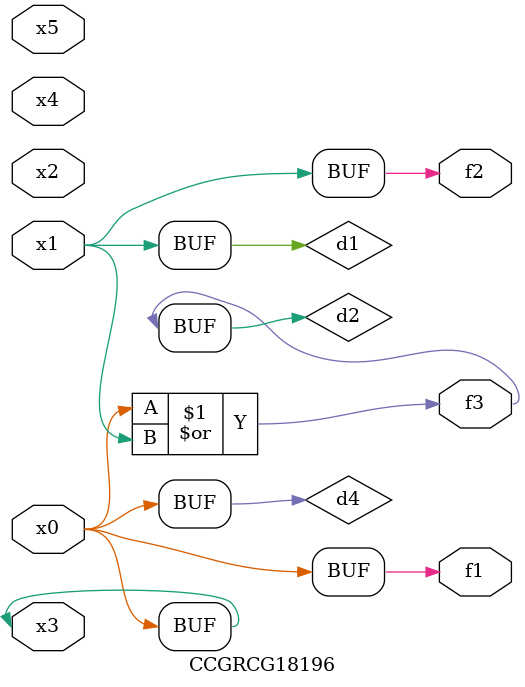
<source format=v>
module CCGRCG18196(
	input x0, x1, x2, x3, x4, x5,
	output f1, f2, f3
);

	wire d1, d2, d3, d4;

	and (d1, x1);
	or (d2, x0, x1);
	nand (d3, x0, x5);
	buf (d4, x0, x3);
	assign f1 = d4;
	assign f2 = d1;
	assign f3 = d2;
endmodule

</source>
